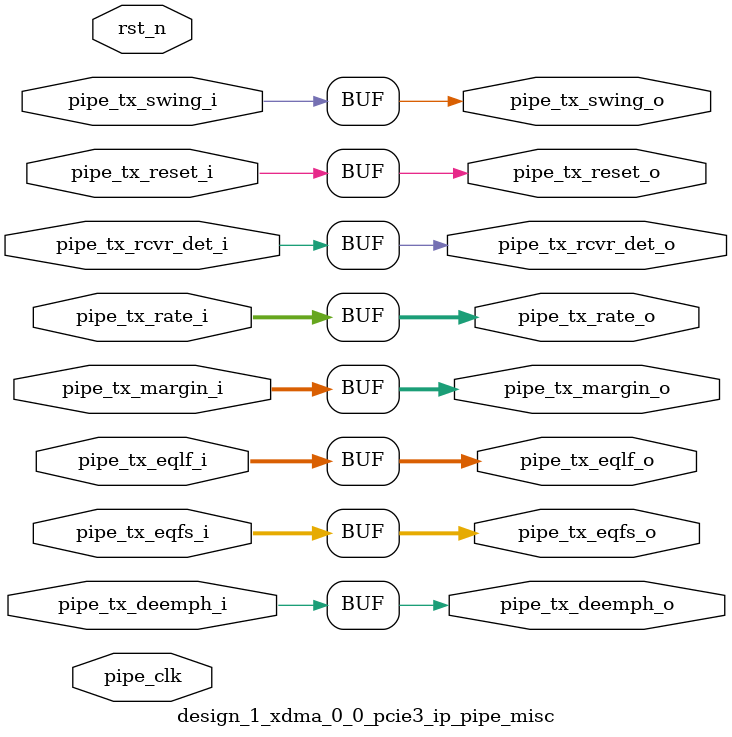
<source format=v>


`timescale 1ps/1ps

(* DowngradeIPIdentifiedWarnings = "yes" *)
module design_1_xdma_0_0_pcie3_ip_pipe_misc 
 #(
  parameter TCQ = 100,
  parameter PIPE_PIPELINE_STAGES = 0
  ) (
  input  wire         pipe_tx_rcvr_det_i,
  input  wire         pipe_tx_reset_i,
  input  wire   [1:0] pipe_tx_rate_i,
  input  wire         pipe_tx_deemph_i,
  input  wire   [2:0] pipe_tx_margin_i,
  input  wire         pipe_tx_swing_i,
  input  wire   [5:0] pipe_tx_eqfs_i,
  input  wire   [5:0] pipe_tx_eqlf_i,
  output wire         pipe_tx_rcvr_det_o,
  output wire         pipe_tx_reset_o,
  output wire   [1:0] pipe_tx_rate_o,
  output wire         pipe_tx_deemph_o,
  output wire   [2:0] pipe_tx_margin_o,
  output wire         pipe_tx_swing_o,
  output wire   [5:0] pipe_tx_eqfs_o,
  output wire   [5:0] pipe_tx_eqlf_o,
  input  wire         pipe_clk,
  input  wire         rst_n
  );

  reg                 pipe_tx_rcvr_det_q;
  reg                 pipe_tx_reset_q;
  reg           [1:0] pipe_tx_rate_q;
  reg                 pipe_tx_deemph_q;
  reg           [2:0] pipe_tx_margin_q;
  reg                 pipe_tx_swing_q;
  reg           [5:0] pipe_tx_eqfs_q;
  reg           [5:0] pipe_tx_eqlf_q;
  reg                 pipe_tx_rcvr_det_qq;
  reg                 pipe_tx_reset_qq;
  reg           [1:0] pipe_tx_rate_qq;
  reg                 pipe_tx_deemph_qq;
  reg           [2:0] pipe_tx_margin_qq;
  reg                 pipe_tx_swing_qq;
  reg           [5:0] pipe_tx_eqfs_qq;
  reg           [5:0] pipe_tx_eqlf_qq;

  generate
    if (PIPE_PIPELINE_STAGES == 0)
    begin : pipe_stages_0
      assign pipe_tx_rcvr_det_o = pipe_tx_rcvr_det_i;
      assign pipe_tx_reset_o = pipe_tx_reset_i;
      assign pipe_tx_rate_o = pipe_tx_rate_i;
      assign pipe_tx_deemph_o = pipe_tx_deemph_i;
      assign pipe_tx_margin_o = pipe_tx_margin_i;
      assign pipe_tx_swing_o = pipe_tx_swing_i;
      assign pipe_tx_eqfs_o = pipe_tx_eqfs_i;
      assign pipe_tx_eqlf_o = pipe_tx_eqlf_i;
    end
    else if (PIPE_PIPELINE_STAGES == 1)
    begin : pipe_stages_1
      always @(posedge pipe_clk)
      begin
        if (!rst_n)
        begin
          pipe_tx_rcvr_det_q <= #TCQ 1'b0;
          pipe_tx_reset_q <= #TCQ 1'b1;
          pipe_tx_rate_q <= #TCQ 2'b0;
          pipe_tx_deemph_q <= #TCQ 1'b1;
          pipe_tx_margin_q <= #TCQ 3'b0;
          pipe_tx_swing_q <= #TCQ 1'b0;
          pipe_tx_eqfs_q <= #TCQ 5'b0;
          pipe_tx_eqlf_q <= #TCQ 5'b0;
        end
        else
        begin
          pipe_tx_rcvr_det_q <= #TCQ pipe_tx_rcvr_det_i;
          pipe_tx_reset_q <= #TCQ pipe_tx_reset_i;
          pipe_tx_rate_q <= #TCQ pipe_tx_rate_i;
          pipe_tx_deemph_q <= #TCQ pipe_tx_deemph_i;
          pipe_tx_margin_q <= #TCQ pipe_tx_margin_i;
          pipe_tx_swing_q <= #TCQ pipe_tx_swing_i;
          pipe_tx_eqfs_q <= #TCQ pipe_tx_eqfs_i;
          pipe_tx_eqlf_q <= #TCQ pipe_tx_eqlf_i;
        end
      end
      assign pipe_tx_rcvr_det_o = pipe_tx_rcvr_det_q;
      assign pipe_tx_reset_o = pipe_tx_reset_q;
      assign pipe_tx_rate_o = pipe_tx_rate_q;
      assign pipe_tx_deemph_o = pipe_tx_deemph_q;
      assign pipe_tx_margin_o = pipe_tx_margin_q;
      assign pipe_tx_swing_o = pipe_tx_swing_q;
      assign pipe_tx_eqfs_o = pipe_tx_eqfs_q;
      assign pipe_tx_eqlf_o = pipe_tx_eqlf_q;
    end
    else if (PIPE_PIPELINE_STAGES == 2)
    begin : pipe_stages_2
      always @(posedge pipe_clk)
      begin
        if (!rst_n)
        begin
          pipe_tx_rcvr_det_q <= #TCQ 1'b0;
          pipe_tx_reset_q <= #TCQ 1'b1;
          pipe_tx_rate_q <= #TCQ 2'b0;
          pipe_tx_deemph_q <= #TCQ 1'b1;
          pipe_tx_margin_q <= #TCQ 1'b0;
          pipe_tx_swing_q <= #TCQ 1'b0;
          pipe_tx_eqfs_q <= #TCQ 5'b0;
          pipe_tx_eqlf_q <= #TCQ 5'b0;
          pipe_tx_rcvr_det_qq <= #TCQ 1'b0;
          pipe_tx_reset_qq <= #TCQ 1'b1;
          pipe_tx_rate_qq <= #TCQ 2'b0;
          pipe_tx_deemph_qq <= #TCQ 1'b1;
          pipe_tx_margin_qq <= #TCQ 1'b0;
          pipe_tx_swing_qq <= #TCQ 1'b0;
          pipe_tx_eqfs_qq <= #TCQ 5'b0;
          pipe_tx_eqlf_qq <= #TCQ 5'b0;
        end
        else
        begin
          pipe_tx_rcvr_det_q <= #TCQ pipe_tx_rcvr_det_i;
          pipe_tx_reset_q <= #TCQ pipe_tx_reset_i;
          pipe_tx_rate_q <= #TCQ pipe_tx_rate_i;
          pipe_tx_deemph_q <= #TCQ pipe_tx_deemph_i;
          pipe_tx_margin_q <= #TCQ pipe_tx_margin_i;
          pipe_tx_swing_q <= #TCQ pipe_tx_swing_i;
          pipe_tx_eqfs_q <= #TCQ pipe_tx_eqfs_i;
          pipe_tx_eqlf_q <= #TCQ pipe_tx_eqlf_i;
          pipe_tx_rcvr_det_qq <= #TCQ pipe_tx_rcvr_det_q;
          pipe_tx_reset_qq <= #TCQ pipe_tx_reset_q;
          pipe_tx_rate_qq <= #TCQ pipe_tx_rate_q;
          pipe_tx_deemph_qq <= #TCQ pipe_tx_deemph_q;
          pipe_tx_margin_qq <= #TCQ pipe_tx_margin_q;
          pipe_tx_swing_qq <= #TCQ pipe_tx_swing_q;
          pipe_tx_eqfs_qq <= #TCQ pipe_tx_eqfs_q;
          pipe_tx_eqlf_qq <= #TCQ pipe_tx_eqlf_q;
        end
      end
      assign pipe_tx_rcvr_det_o = pipe_tx_rcvr_det_qq;
      assign pipe_tx_reset_o = pipe_tx_reset_qq;
      assign pipe_tx_rate_o = pipe_tx_rate_qq;
      assign pipe_tx_deemph_o = pipe_tx_deemph_qq;
      assign pipe_tx_margin_o = pipe_tx_margin_qq;
      assign pipe_tx_swing_o = pipe_tx_swing_qq;
      assign pipe_tx_eqfs_o = pipe_tx_eqfs_qq;
      assign pipe_tx_eqlf_o = pipe_tx_eqlf_qq;
    end
    else
    begin
      assign pipe_tx_rcvr_det_o = pipe_tx_rcvr_det_i;
      assign pipe_tx_reset_o = pipe_tx_reset_i;
      assign pipe_tx_rate_o = pipe_tx_rate_i;
      assign pipe_tx_deemph_o = pipe_tx_deemph_i;
      assign pipe_tx_margin_o = pipe_tx_margin_i;
      assign pipe_tx_swing_o = pipe_tx_swing_i;
      assign pipe_tx_eqfs_o = pipe_tx_eqfs_i;
      assign pipe_tx_eqlf_o = pipe_tx_eqlf_i;
    end
  endgenerate

endmodule

</source>
